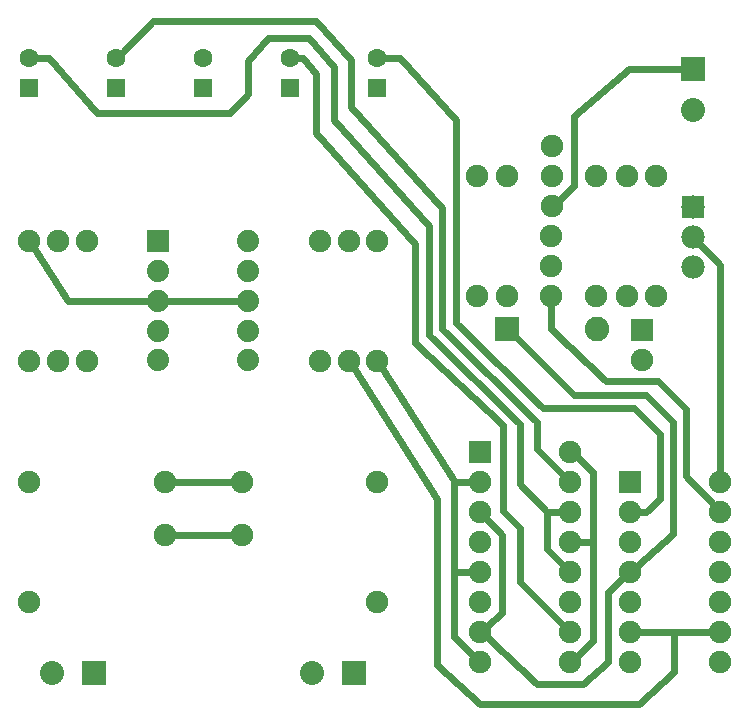
<source format=gbl>
G04 MADE WITH FRITZING*
G04 WWW.FRITZING.ORG*
G04 DOUBLE SIDED*
G04 HOLES PLATED*
G04 CONTOUR ON CENTER OF CONTOUR VECTOR*
%ASAXBY*%
%FSLAX23Y23*%
%MOIN*%
%OFA0B0*%
%SFA1.0B1.0*%
%ADD10C,0.075000*%
%ADD11C,0.082000*%
%ADD12C,0.078000*%
%ADD13C,0.074000*%
%ADD14C,0.062992*%
%ADD15C,0.080000*%
%ADD16R,0.082000X0.082000*%
%ADD17R,0.075000X0.075000*%
%ADD18R,0.078000X0.078000*%
%ADD19R,0.074000X0.074000*%
%ADD20R,0.062992X0.062992*%
%ADD21R,0.080000X0.080000*%
%ADD22C,0.024000*%
%LNCOPPER0*%
G90*
G70*
G54D10*
X1456Y496D03*
X1456Y896D03*
X297Y496D03*
X297Y896D03*
X1456Y1299D03*
X1456Y1699D03*
X296Y1299D03*
X296Y1699D03*
X1788Y1913D03*
X1788Y1513D03*
X2187Y1913D03*
X2187Y1513D03*
X2387Y1913D03*
X2387Y1513D03*
X1888Y1513D03*
X1888Y1913D03*
X2288Y1913D03*
X2288Y1513D03*
G54D11*
X1890Y1406D03*
X2188Y1406D03*
G54D10*
X2300Y896D03*
X2600Y896D03*
X2300Y796D03*
X2600Y796D03*
X2300Y696D03*
X2600Y696D03*
X2300Y596D03*
X2600Y596D03*
X2300Y496D03*
X2600Y496D03*
X2300Y396D03*
X2600Y396D03*
X2300Y296D03*
X2600Y296D03*
X1800Y996D03*
X2100Y996D03*
X1800Y896D03*
X2100Y896D03*
X1800Y796D03*
X2100Y796D03*
X1800Y696D03*
X2100Y696D03*
X1800Y596D03*
X2100Y596D03*
X1800Y496D03*
X2100Y496D03*
X1800Y396D03*
X2100Y396D03*
X1800Y296D03*
X2100Y296D03*
X2037Y1513D03*
X2037Y1613D03*
X2037Y1713D03*
X2038Y2013D03*
X2038Y1913D03*
X2038Y1813D03*
X2340Y1401D03*
X2340Y1301D03*
G54D12*
X2508Y1811D03*
X2508Y1711D03*
X2508Y1611D03*
G54D13*
X725Y1699D03*
X725Y1599D03*
X725Y1499D03*
X725Y1399D03*
X725Y1300D03*
X1026Y1300D03*
X1025Y1399D03*
X1025Y1499D03*
X1025Y1599D03*
X1026Y1699D03*
X725Y1699D03*
X725Y1599D03*
X725Y1499D03*
X725Y1399D03*
X725Y1300D03*
X1026Y1300D03*
X1025Y1399D03*
X1025Y1499D03*
X1025Y1599D03*
X1026Y1699D03*
G54D10*
X1362Y1299D03*
X1362Y1699D03*
X488Y1299D03*
X488Y1699D03*
X392Y1299D03*
X392Y1699D03*
X1267Y1299D03*
X1267Y1699D03*
G54D14*
X1457Y2208D03*
X1457Y2307D03*
X1167Y2208D03*
X1167Y2307D03*
X877Y2208D03*
X877Y2307D03*
X587Y2208D03*
X587Y2307D03*
X297Y2208D03*
X297Y2307D03*
G54D10*
X1005Y719D03*
X749Y719D03*
X1005Y896D03*
X749Y896D03*
G54D15*
X1378Y258D03*
X1240Y258D03*
X511Y258D03*
X374Y258D03*
X2508Y2272D03*
X2508Y2134D03*
G54D16*
X1889Y1406D03*
G54D17*
X2300Y896D03*
X1800Y996D03*
X2340Y1401D03*
G54D18*
X2508Y1811D03*
G54D19*
X726Y1698D03*
G54D20*
X1457Y2208D03*
X1167Y2208D03*
X877Y2208D03*
X587Y2208D03*
X297Y2208D03*
G54D21*
X1378Y258D03*
X511Y258D03*
X2508Y2272D03*
G54D22*
X994Y1499D02*
X756Y1499D01*
D02*
X977Y896D02*
X778Y896D01*
D02*
X977Y719D02*
X778Y719D01*
D02*
X2176Y696D02*
X2176Y928D01*
D02*
X2176Y928D02*
X2121Y977D01*
D02*
X2129Y696D02*
X2176Y696D01*
D02*
X2176Y365D02*
X2176Y696D01*
D02*
X2176Y696D02*
X2129Y696D01*
D02*
X2121Y315D02*
X2176Y365D01*
D02*
X1989Y221D02*
X1821Y377D01*
D02*
X2143Y221D02*
X1989Y221D01*
D02*
X2225Y295D02*
X2143Y221D01*
D02*
X2225Y527D02*
X2225Y295D01*
D02*
X2279Y577D02*
X2225Y527D01*
D02*
X2443Y1096D02*
X2443Y721D01*
D02*
X2443Y721D02*
X2322Y615D01*
D02*
X2114Y1185D02*
X2351Y1185D01*
D02*
X2351Y1185D02*
X2443Y1096D01*
D02*
X1913Y1383D02*
X2114Y1185D01*
D02*
X2486Y1138D02*
X2486Y914D01*
D02*
X2393Y1230D02*
X2486Y1138D01*
D02*
X2486Y914D02*
X2580Y817D01*
D02*
X2037Y1406D02*
X2218Y1230D01*
D02*
X2218Y1230D02*
X2393Y1230D01*
D02*
X2037Y1484D02*
X2037Y1406D01*
D02*
X1872Y459D02*
X1872Y718D01*
D02*
X1872Y718D02*
X1819Y775D01*
D02*
X1822Y415D02*
X1872Y459D01*
D02*
X1713Y596D02*
X1713Y378D01*
D02*
X1713Y378D02*
X1779Y316D01*
D02*
X1771Y596D02*
X1713Y596D01*
D02*
X1713Y896D02*
X1713Y596D01*
D02*
X1713Y596D02*
X1771Y596D01*
D02*
X1771Y896D02*
X1713Y896D01*
D02*
X1715Y896D02*
X1771Y896D01*
D02*
X1472Y1275D02*
X1715Y896D01*
D02*
X2022Y671D02*
X2022Y796D01*
D02*
X2022Y796D02*
X2071Y796D01*
D02*
X2079Y616D02*
X2022Y671D01*
D02*
X1876Y1084D02*
X1876Y799D01*
D02*
X1931Y560D02*
X2079Y416D01*
D02*
X1931Y742D02*
X1931Y560D01*
D02*
X1876Y799D02*
X1931Y742D01*
D02*
X1583Y1359D02*
X1876Y1084D01*
D02*
X1583Y1687D02*
X1583Y1359D01*
D02*
X1254Y2057D02*
X1583Y1687D01*
D02*
X1254Y2256D02*
X1254Y2057D01*
D02*
X1209Y2307D02*
X1254Y2256D01*
D02*
X1194Y2307D02*
X1209Y2307D01*
D02*
X2446Y261D02*
X2446Y396D01*
D02*
X2446Y396D02*
X2572Y396D01*
D02*
X2330Y154D02*
X2446Y261D01*
D02*
X1800Y154D02*
X2330Y154D01*
D02*
X1656Y284D02*
X1800Y154D01*
D02*
X1378Y1275D02*
X1656Y839D01*
D02*
X1656Y839D02*
X1656Y284D01*
D02*
X2329Y396D02*
X2572Y396D01*
D02*
X1718Y1424D02*
X1718Y2100D01*
D02*
X1718Y2100D02*
X1533Y2307D01*
D02*
X1533Y2307D02*
X1484Y2307D01*
D02*
X2008Y1141D02*
X1718Y1424D01*
D02*
X2400Y1056D02*
X2311Y1141D01*
D02*
X2311Y1141D02*
X2008Y1141D01*
D02*
X2400Y838D02*
X2400Y1056D01*
D02*
X2354Y796D02*
X2400Y838D01*
D02*
X2329Y796D02*
X2354Y796D01*
D02*
X1933Y1089D02*
X1628Y1384D01*
D02*
X1628Y1384D02*
X1628Y1748D01*
D02*
X1933Y889D02*
X1933Y1089D01*
D02*
X1312Y2279D02*
X1228Y2373D01*
D02*
X1025Y2298D02*
X1025Y2187D01*
D02*
X966Y2125D02*
X524Y2125D01*
D02*
X1025Y2187D02*
X966Y2125D01*
D02*
X1628Y1748D02*
X1312Y2101D01*
D02*
X1312Y2101D02*
X1312Y2279D01*
D02*
X1228Y2373D02*
X1091Y2373D01*
D02*
X1091Y2373D02*
X1025Y2298D01*
D02*
X2022Y796D02*
X1933Y889D01*
D02*
X2071Y796D02*
X2022Y796D01*
D02*
X524Y2125D02*
X361Y2307D01*
D02*
X361Y2307D02*
X324Y2307D01*
D02*
X1672Y1406D02*
X1990Y1096D01*
D02*
X1672Y1807D02*
X1672Y1406D01*
D02*
X1990Y1096D02*
X1990Y1006D01*
D02*
X1990Y1006D02*
X2080Y916D01*
D02*
X708Y2431D02*
X1251Y2431D01*
D02*
X1251Y2431D02*
X1369Y2301D01*
D02*
X1369Y2301D02*
X1369Y2146D01*
D02*
X1369Y2146D02*
X1672Y1807D01*
D02*
X606Y2326D02*
X708Y2431D01*
D02*
X2600Y1618D02*
X2529Y1690D01*
D02*
X2600Y925D02*
X2600Y1618D01*
D02*
X694Y1499D02*
X425Y1499D01*
D02*
X425Y1499D02*
X312Y1675D01*
D02*
X2112Y2116D02*
X2112Y1881D01*
D02*
X2477Y2272D02*
X2296Y2272D01*
D02*
X2112Y1881D02*
X2059Y1832D01*
D02*
X2296Y2272D02*
X2112Y2116D01*
G04 End of Copper0*
M02*
</source>
